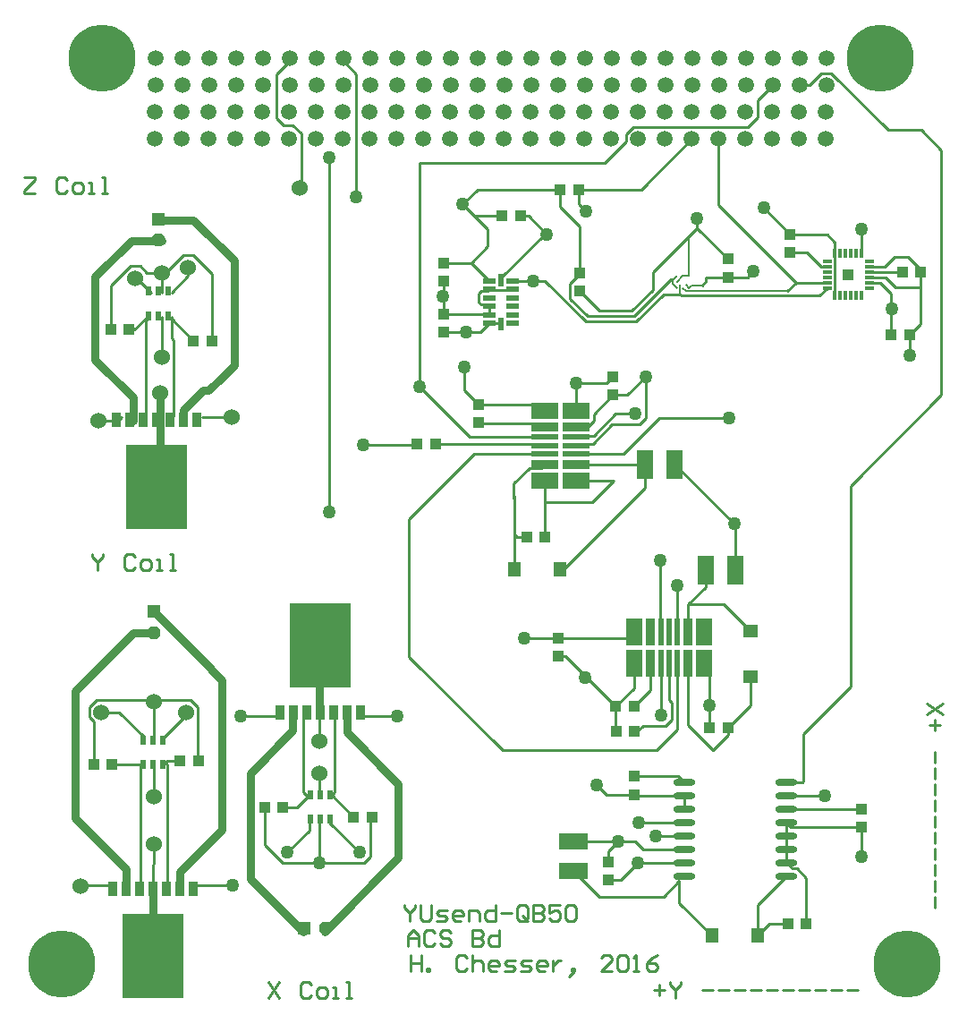
<source format=gtl>
%FSLAX44Y44*%
%MOMM*%
G71*
G01*
G75*
G04 Layer_Physical_Order=1*
G04 Layer_Color=255*
%ADD10R,5.8166X8.0010*%
%ADD11R,0.8128X1.4224*%
%ADD12R,1.1176X1.0160*%
%ADD13R,1.0160X1.1176*%
%ADD14R,0.5080X1.2192*%
%ADD15R,1.2192X0.5080*%
%ADD16R,1.2700X1.4732*%
%ADD17R,2.5500X1.5500*%
%ADD18R,2.5500X0.9500*%
%ADD19R,2.5500X0.5500*%
%ADD20R,0.6096X0.9144*%
%ADD21R,1.6002X2.7178*%
%ADD22R,1.4732X1.2700*%
%ADD23O,2.0500X0.7000*%
%ADD24R,1.5500X2.5500*%
%ADD25R,0.9500X2.5500*%
%ADD26R,0.5500X2.5500*%
%ADD27R,2.7178X1.6002*%
%ADD28R,0.8128X0.3048*%
%ADD29R,0.3048X0.8128*%
%ADD30C,0.1524*%
%ADD31C,0.8000*%
%ADD32C,0.2540*%
%ADD33C,0.1540*%
%ADD34R,1.0080X1.0080*%
%ADD35C,1.5000*%
%ADD36C,1.5240*%
%ADD37C,0.5000*%
%ADD38C,6.3500*%
%ADD39P,1.3205X8X112.5*%
%ADD40R,1.2200X1.2200*%
%ADD41P,1.3205X8X22.5*%
%ADD42R,1.2200X1.2200*%
%ADD43C,1.2700*%
D10*
X13028Y-861852D02*
D03*
X171310Y-568270D02*
D03*
X16402Y-418250D02*
D03*
D11*
X-25072Y-798352D02*
D03*
X-12372D02*
D03*
X328D02*
D03*
X13028D02*
D03*
X25728D02*
D03*
X38428D02*
D03*
X51128D02*
D03*
X209410Y-631770D02*
D03*
X196710D02*
D03*
X184010D02*
D03*
X171310D02*
D03*
X158610D02*
D03*
X145910D02*
D03*
X133210D02*
D03*
X-21698Y-354750D02*
D03*
X-8998D02*
D03*
X3702D02*
D03*
X16402D02*
D03*
X29102D02*
D03*
X41802D02*
D03*
X54502D02*
D03*
D12*
X728980Y-274574D02*
D03*
X711844D02*
D03*
X383794Y-465836D02*
D03*
X366658D02*
D03*
X360680Y-161798D02*
D03*
X343544D02*
D03*
X415798Y-136906D02*
D03*
X398662D02*
D03*
X540004Y-646430D02*
D03*
X557140D02*
D03*
X468122Y-626110D02*
D03*
X450986D02*
D03*
X468884Y-649478D02*
D03*
X451748D02*
D03*
X68580Y-280162D02*
D03*
X51444D02*
D03*
X-26670Y-269494D02*
D03*
X-9534D02*
D03*
X55880Y-677418D02*
D03*
X38744D02*
D03*
X-43180Y-680974D02*
D03*
X-26044D02*
D03*
X220082Y-730504D02*
D03*
X202946D02*
D03*
X118872Y-721360D02*
D03*
X136008D02*
D03*
X631444Y-831342D02*
D03*
X614308D02*
D03*
X280162Y-377952D02*
D03*
X263026D02*
D03*
X739648Y-215138D02*
D03*
X722512D02*
D03*
D13*
X416814Y-232918D02*
D03*
Y-215782D02*
D03*
X288036Y-223520D02*
D03*
Y-206384D02*
D03*
X288544Y-254508D02*
D03*
Y-271644D02*
D03*
X443992Y-772668D02*
D03*
Y-789804D02*
D03*
X396748Y-561594D02*
D03*
Y-578730D02*
D03*
X321310Y-357632D02*
D03*
Y-340496D02*
D03*
X448056Y-314198D02*
D03*
Y-331334D02*
D03*
X468122Y-692150D02*
D03*
Y-709286D02*
D03*
X683260Y-722884D02*
D03*
Y-740020D02*
D03*
X557022Y-202692D02*
D03*
Y-219828D02*
D03*
X616204Y-179578D02*
D03*
Y-196714D02*
D03*
D14*
X342646Y-264414D02*
D03*
Y-222332D02*
D03*
D15*
X353646Y-263414D02*
D03*
Y-255414D02*
D03*
Y-247414D02*
D03*
Y-239350D02*
D03*
Y-231222D02*
D03*
Y-223348D02*
D03*
X331470D02*
D03*
Y-231222D02*
D03*
Y-239350D02*
D03*
Y-247414D02*
D03*
Y-255414D02*
D03*
Y-263414D02*
D03*
D16*
X354838Y-496316D02*
D03*
X397928D02*
D03*
X585216Y-842772D02*
D03*
X542126D02*
D03*
D17*
X383526Y-412222D02*
D03*
X413526Y-346222D02*
D03*
Y-412222D02*
D03*
X383526Y-346222D02*
D03*
D18*
Y-361222D02*
D03*
Y-397222D02*
D03*
X413526D02*
D03*
Y-361222D02*
D03*
D19*
X383526Y-371222D02*
D03*
Y-379222D02*
D03*
Y-387222D02*
D03*
X413526Y-371222D02*
D03*
Y-379222D02*
D03*
Y-387222D02*
D03*
D20*
X161810Y-709286D02*
D03*
X171310D02*
D03*
X180962D02*
D03*
Y-732470D02*
D03*
X171310D02*
D03*
X161810D02*
D03*
X22668Y-680936D02*
D03*
X13168D02*
D03*
X3516D02*
D03*
Y-657752D02*
D03*
X13168D02*
D03*
X22668D02*
D03*
X27802Y-256434D02*
D03*
X18302D02*
D03*
X8650D02*
D03*
Y-233250D02*
D03*
X18302D02*
D03*
X27802D02*
D03*
D21*
X507014Y-396748D02*
D03*
X478790D02*
D03*
X536194Y-496824D02*
D03*
X564418D02*
D03*
D22*
X578866Y-597916D02*
D03*
Y-554826D02*
D03*
D23*
X612634Y-786384D02*
D03*
Y-773684D02*
D03*
Y-760984D02*
D03*
Y-748284D02*
D03*
Y-735584D02*
D03*
Y-722884D02*
D03*
Y-710184D02*
D03*
Y-697484D02*
D03*
X515634Y-786384D02*
D03*
Y-773684D02*
D03*
Y-760984D02*
D03*
Y-748284D02*
D03*
Y-735584D02*
D03*
Y-722884D02*
D03*
Y-710184D02*
D03*
Y-697484D02*
D03*
D24*
X534556Y-585244D02*
D03*
X468556Y-555244D02*
D03*
X534556D02*
D03*
X468556Y-585244D02*
D03*
D25*
X483556D02*
D03*
X519556D02*
D03*
Y-555244D02*
D03*
X483556D02*
D03*
D26*
X493556Y-585244D02*
D03*
X501556D02*
D03*
X509556D02*
D03*
X493556Y-555244D02*
D03*
X501556D02*
D03*
X509556D02*
D03*
D27*
X410972Y-781558D02*
D03*
Y-753334D02*
D03*
D28*
X651002Y-229924D02*
D03*
Y-224924D02*
D03*
Y-219924D02*
D03*
Y-214884D02*
D03*
Y-209804D02*
D03*
Y-204724D02*
D03*
X691068D02*
D03*
Y-209804D02*
D03*
Y-214884D02*
D03*
Y-219924D02*
D03*
Y-224924D02*
D03*
Y-229924D02*
D03*
D29*
X658368Y-197358D02*
D03*
X663448D02*
D03*
X668528D02*
D03*
X673568D02*
D03*
X678568D02*
D03*
X683568D02*
D03*
Y-237424D02*
D03*
X678568D02*
D03*
X673568D02*
D03*
X668528D02*
D03*
X663448D02*
D03*
X658368D02*
D03*
D30*
X508944Y-218622D02*
D03*
X514604D02*
D03*
X520264D02*
D03*
X511774Y-221452D02*
D03*
X517434D02*
D03*
X508944Y-224282D02*
D03*
X520264D02*
D03*
X511774Y-227112D02*
D03*
X517434D02*
D03*
X508944Y-229942D02*
D03*
X514604D02*
D03*
X520264D02*
D03*
D31*
X145310Y-648970D02*
Y-629370D01*
X105310Y-688970D02*
X145310Y-648970D01*
X196710Y-650370D02*
Y-631770D01*
Y-650370D02*
X245310Y-698970D01*
X78486Y-742188D02*
Y-601218D01*
X38354Y-782320D02*
X78486Y-742188D01*
X38354Y-796806D02*
Y-782320D01*
X-12446Y-798278D02*
Y-779638D01*
X-60832Y-731252D02*
X-12446Y-779638D01*
X65786Y-326898D02*
X78637Y-314047D01*
X60452Y-326898D02*
X65786D01*
X42164Y-345186D02*
X60452Y-326898D01*
X41802Y-354750D02*
Y-352750D01*
X42164Y-353112D01*
Y-345186D01*
X-41656Y-297792D02*
Y-219710D01*
X-7696Y-185750D02*
X21302D01*
X-41656Y-219710D02*
X-7696Y-185750D01*
X78637Y-314047D02*
X89916Y-302768D01*
X-41656Y-297792D02*
X-5998Y-333450D01*
X51302Y-165750D02*
X89916Y-204364D01*
Y-302768D02*
Y-204364D01*
X68326Y-591058D02*
X78486Y-601218D01*
X105310Y-788970D02*
Y-688970D01*
X245310Y-768970D02*
Y-698970D01*
X175310Y-838970D02*
X245310Y-768970D01*
X105310Y-788970D02*
X155310Y-838970D01*
X170310Y-634770D02*
Y-571270D01*
X19402Y-419250D02*
Y-329250D01*
X-5998Y-355750D02*
Y-333450D01*
X21302Y-165750D02*
X51302D01*
X-60832Y-611252D02*
X-5832Y-556252D01*
X-60832Y-731252D02*
Y-611252D01*
X13012Y-858852D02*
Y-795352D01*
X14168Y-536252D02*
X68326Y-590410D01*
Y-591058D02*
Y-590410D01*
X-5832Y-556252D02*
X14168D01*
D32*
X155310Y-637070D02*
X157610Y-634770D01*
X155310Y-706786D02*
Y-637070D01*
X-10832Y-799892D02*
Y-791252D01*
X29102Y-354750D02*
X32732Y-351120D01*
X740156Y-80518D02*
X759206Y-99568D01*
X708652Y-80518D02*
X740156D01*
X654924Y-26790D02*
X708652Y-80518D01*
X683568Y-197358D02*
Y-174044D01*
X591058Y-154432D02*
X616204Y-179578D01*
X651002D01*
X658368Y-186944D01*
Y-197358D02*
Y-186944D01*
X727964Y-200914D02*
X739648Y-212598D01*
Y-215138D02*
Y-212598D01*
X714756Y-200914D02*
X727964D01*
X705866Y-209804D02*
X714756Y-200914D01*
X691068Y-209804D02*
X705866D01*
X706334Y-219924D02*
X716026Y-229616D01*
X691068Y-219924D02*
X706334D01*
X739648Y-229616D02*
Y-215138D01*
Y-263906D02*
Y-229616D01*
X716026D02*
X739648D01*
X711844Y-274574D02*
Y-235100D01*
X701668Y-224924D02*
X711844Y-235100D01*
X691068Y-224924D02*
X701668D01*
X728980Y-295148D02*
Y-274574D01*
X739648Y-263906D01*
X722258Y-214884D02*
X722512Y-215138D01*
X691068Y-214884D02*
X722258D01*
X645105Y-209804D02*
X651002D01*
X632015Y-196714D02*
X645105Y-209804D01*
X616204Y-196714D02*
X632015D01*
X622411Y-779074D02*
X631444Y-788107D01*
Y-831342D02*
Y-788107D01*
X612634Y-773684D02*
X618024Y-779074D01*
X622411D01*
X585216Y-842772D02*
X596646Y-831342D01*
X614308D01*
X510928Y-811574D02*
Y-791090D01*
X496076Y-805942D02*
X510928Y-791090D01*
X383794Y-432802D02*
X428726D01*
X383526Y-430784D02*
Y-412222D01*
X383794Y-432802D02*
Y-431052D01*
Y-465836D02*
Y-432802D01*
X383526Y-430784D02*
X383794Y-431052D01*
X354838Y-463296D02*
Y-426896D01*
Y-496316D02*
Y-463296D01*
X357378Y-465836D01*
X366658D01*
X354584Y-429006D02*
Y-415276D01*
X369197Y-400662D01*
X429270Y-377782D02*
X447642Y-359410D01*
X414966Y-377782D02*
X429270D01*
X479298Y-353459D02*
Y-313944D01*
X473346Y-359410D02*
X479298Y-353459D01*
X447642Y-359410D02*
X473346D01*
X413526Y-379222D02*
X414966Y-377782D01*
X492506Y-353060D02*
X558038D01*
X458344Y-387222D02*
X492506Y-353060D01*
X413526Y-387222D02*
X458344D01*
X461908Y-331334D02*
X479298Y-313944D01*
X448056Y-331334D02*
X461908D01*
X413526Y-361222D02*
X424414D01*
X430086Y-355550D01*
Y-349304D01*
X448056Y-331334D01*
X442200Y-320054D02*
X448056Y-314198D01*
X413526Y-320054D02*
X442200D01*
X527812Y-173482D02*
Y-164084D01*
Y-173482D02*
X557022Y-202692D01*
X576208Y-219828D02*
X581406Y-214630D01*
X557022Y-219828D02*
X576208D01*
X532892Y-227408D02*
X536564Y-223736D01*
Y-219828D01*
X557022D01*
X466344Y-251714D02*
X485902Y-232156D01*
X435610Y-251714D02*
X466344D01*
X416814Y-232918D02*
X435610Y-251714D01*
X306324Y-150994D02*
X320412Y-136906D01*
X398662D01*
X317128Y-161798D02*
X330082Y-174752D01*
X306324Y-150994D02*
X317128Y-161798D01*
X343544D01*
X368300D02*
X385826Y-179324D01*
X360680Y-161798D02*
X368300D01*
X314506Y-206384D02*
X330082Y-190808D01*
Y-174752D01*
X341646Y-263414D02*
X342646Y-264414D01*
X331470Y-263414D02*
X341646D01*
X323240Y-271644D02*
X331470Y-263414D01*
X288544Y-271644D02*
X323240D01*
X314506Y-206384D02*
X331470Y-223348D01*
X288036Y-206384D02*
X314506D01*
X329692Y-233000D02*
X331470Y-231222D01*
X323795Y-233000D02*
X329692D01*
X321564Y-235232D02*
X323795Y-233000D01*
X321564Y-243469D02*
Y-235232D01*
Y-243469D02*
X323795Y-245700D01*
X329756D01*
X331470Y-247414D01*
Y-255414D02*
Y-247414D01*
X330564Y-254508D02*
X331470Y-255414D01*
X288544Y-254508D02*
X330564D01*
X288036Y-254000D02*
X288544Y-254508D01*
X288036Y-254000D02*
Y-223520D01*
X683260Y-768350D02*
Y-740020D01*
X612634Y-773684D02*
Y-760984D01*
Y-748284D01*
Y-735584D01*
X617070Y-740020D01*
X683260D01*
X612634Y-722884D02*
X683260D01*
X585216Y-813802D02*
X612634Y-786384D01*
X585216Y-842772D02*
Y-813802D01*
X510928Y-811574D02*
X542126Y-842772D01*
X433324Y-700024D02*
X442586Y-709286D01*
X468122D01*
X469020Y-710184D01*
X515634D01*
Y-722884D02*
Y-710184D01*
X510300Y-692150D02*
X515634Y-697484D01*
X468122Y-692150D02*
X510300D01*
X455812Y-789804D02*
X471932Y-773684D01*
X443992Y-789804D02*
X455812D01*
X410972Y-753334D02*
X469108D01*
X443992Y-762508D02*
X452882Y-753618D01*
X443992Y-772668D02*
Y-762508D01*
X435356Y-805942D02*
X496076D01*
X410972Y-781558D02*
X435356Y-805942D01*
X507014Y-396748D02*
X564418Y-454152D01*
Y-496824D02*
Y-454152D01*
X413526Y-346222D02*
Y-320054D01*
X380086Y-400662D02*
X383526Y-397222D01*
X369197Y-400662D02*
X380086D01*
X428726Y-432802D02*
X449306Y-412222D01*
X413526D02*
X449306D01*
X399579Y-497967D02*
X478790Y-418756D01*
Y-396748D01*
X478316Y-397222D02*
X478790Y-396748D01*
X413526Y-397222D02*
X478316D01*
X534556Y-585244D02*
X540004Y-590692D01*
Y-646430D02*
Y-590692D01*
X578866Y-624704D02*
Y-597916D01*
X557140Y-646430D02*
X578866Y-624704D01*
X557140Y-652916D02*
Y-646430D01*
X543052Y-667004D02*
X557140Y-652916D01*
X519556Y-643508D02*
X543052Y-667004D01*
X519556Y-643508D02*
Y-585244D01*
X553504Y-529464D02*
X578866Y-554826D01*
X519556Y-529464D02*
X553504D01*
X536194Y-512826D02*
Y-496824D01*
X519556Y-529464D02*
X536194Y-512826D01*
X519556Y-555244D02*
Y-529464D01*
X396748Y-578730D02*
X403606D01*
X450986Y-626110D01*
Y-648716D02*
X451748Y-649478D01*
X450986Y-648716D02*
Y-626110D01*
X468556Y-608540D01*
Y-585244D01*
X364744Y-561594D02*
X396748D01*
X462206D02*
X468556Y-555244D01*
X396748Y-561594D02*
X462206D01*
X483556Y-610676D02*
Y-585244D01*
X468122Y-626110D02*
X483556Y-610676D01*
X501556Y-619666D02*
Y-585244D01*
Y-619666D02*
X503936Y-622046D01*
Y-638193D02*
Y-622046D01*
X497984Y-644144D02*
X503936Y-638193D01*
X476758Y-644144D02*
X497984D01*
X468884Y-652018D02*
X476758Y-644144D01*
X489712Y-667512D02*
X509556Y-647668D01*
X343662Y-667512D02*
X489712D01*
X255524Y-579374D02*
X343662Y-667512D01*
X509556Y-647668D02*
Y-585244D01*
X612634Y-710184D02*
X648716D01*
X493014Y-554702D02*
X493556Y-555244D01*
X493014Y-554702D02*
Y-487426D01*
X413526Y-371222D02*
X414966Y-369782D01*
X430086D01*
X450618Y-349250D01*
X469138D01*
X488442Y-748284D02*
X515634D01*
X476758Y-760984D02*
X515634D01*
X469108Y-753334D02*
X476758Y-760984D01*
X493556Y-585244D02*
X493776Y-585464D01*
Y-633984D02*
Y-585464D01*
X255524Y-449072D02*
X317374Y-387222D01*
X255524Y-579374D02*
Y-449072D01*
X312802Y-371222D02*
X383526D01*
X265050Y-323470D02*
X312802Y-371222D01*
X265050Y-323470D02*
Y-111634D01*
X307848Y-327034D02*
Y-304546D01*
Y-327034D02*
X321310Y-340496D01*
X377800D02*
X383526Y-346222D01*
X321310Y-340496D02*
X377800D01*
X380086Y-357782D02*
X383526Y-361222D01*
X321460Y-357782D02*
X380086D01*
X321310Y-357632D02*
X321460Y-357782D01*
X211582Y-378460D02*
X263026D01*
X382764D02*
X383526Y-379222D01*
X280162Y-377952D02*
X383526D01*
X575690Y-77844D02*
X585096Y-68439D01*
X467501Y-77844D02*
X575690D01*
X585096Y-52444D02*
X599440Y-38100D01*
X585096Y-68439D02*
Y-52444D01*
X460876Y-84470D02*
X467501Y-77844D01*
X460876Y-91059D02*
Y-84470D01*
X440300Y-111634D02*
X460876Y-91059D01*
X265050Y-111634D02*
X440300D01*
X317374Y-387222D02*
X383526D01*
X628142Y-652272D02*
X673100Y-607314D01*
X21302Y-234250D02*
Y-215750D01*
X7466D02*
X21302D01*
X1036Y-209320D02*
X7466Y-215750D01*
X-8433Y-209320D02*
X1036D01*
X-26670Y-227558D02*
X-8433Y-209320D01*
X-26670Y-269494D02*
Y-227558D01*
X6302Y-261004D02*
X9761Y-257545D01*
X-4410Y-269494D02*
X8650Y-256434D01*
X-9534Y-269494D02*
X-4410D01*
X21302Y-215750D02*
X25137D01*
X41567Y-199320D01*
X51036D01*
X68580Y-216864D01*
Y-280162D02*
Y-216864D01*
X30802Y-259434D02*
Y-257434D01*
Y-277434D02*
Y-259434D01*
X51444Y-280076D01*
X27802Y-256434D02*
X30802Y-259434D01*
X51444Y-280162D02*
Y-280076D01*
X12930Y-620014D02*
X14168Y-621252D01*
X-30906Y-620014D02*
X12930D01*
X-31098Y-619822D02*
X-30906Y-620014D01*
X-40567Y-619822D02*
X-31098D01*
X-47262Y-626518D02*
X-40567Y-619822D01*
X-47262Y-635987D02*
Y-626518D01*
Y-635987D02*
X-43180Y-640069D01*
Y-680974D02*
Y-640069D01*
X2516Y-679936D02*
X4516Y-677936D01*
X1328Y-681124D02*
X1478Y-680974D01*
X3478D01*
X-26044D02*
X1478D01*
X3478D02*
X3516Y-680936D01*
X14168Y-621252D02*
X15598Y-619822D01*
X48902D01*
X55598Y-626518D01*
Y-677136D02*
Y-626518D01*
Y-677136D02*
X55880Y-677418D01*
X24668Y-678936D02*
X26186Y-677418D01*
X22668Y-680936D02*
X24668Y-678936D01*
X26728Y-680996D01*
X26186Y-677418D02*
X38744D01*
X170310Y-773970D02*
X170470Y-774130D01*
X212670D01*
X218622Y-768179D01*
Y-731964D01*
X220082Y-730504D01*
X182345Y-709903D02*
X185310Y-706938D01*
X179962Y-712286D02*
X182345Y-709903D01*
X202946Y-730504D01*
X181728Y-709286D02*
X182345Y-709903D01*
X180962Y-709286D02*
X181728D01*
X118872Y-756901D02*
X136101Y-774130D01*
X118872Y-756901D02*
Y-721360D01*
X170150Y-774130D02*
X170310Y-773970D01*
X136101Y-774130D02*
X170150D01*
X155310Y-706786D02*
X159810Y-711286D01*
X161810Y-709286D01*
X149736Y-721360D02*
X159810Y-711286D01*
X136008Y-721360D02*
X149736D01*
X192952Y-15430D02*
X205232Y-27710D01*
Y-144018D02*
Y-27710D01*
X471932Y-773684D02*
X515634D01*
X129794Y-27788D02*
X142151Y-15430D01*
X129794Y-69088D02*
Y-27788D01*
Y-69088D02*
X136906Y-76200D01*
X145496D02*
X153462Y-84166D01*
X136906Y-76200D02*
X145496D01*
X192952Y-15430D02*
Y-12650D01*
X142151Y-15430D02*
Y-12650D01*
X140310Y-763970D02*
X160810Y-743470D01*
Y-735470D01*
X179962D02*
X208462Y-763970D01*
X170310Y-773970D02*
Y-735470D01*
Y-658970D02*
Y-634770D01*
X185310Y-706938D02*
Y-637070D01*
X183010Y-634770D02*
X185310Y-637070D01*
X170310Y-712286D02*
Y-688970D01*
X208410Y-634770D02*
X244510D01*
X96110D02*
X132210D01*
X-20298Y-355750D02*
X-16798Y-352250D01*
X-38698Y-355750D02*
X-20298D01*
X59402Y-352250D02*
X87802D01*
X91302Y-355750D01*
X30802Y-277434D02*
X32732Y-279364D01*
Y-351120D02*
Y-279364D01*
X21302Y-295750D02*
X21302Y-257434D01*
X3702Y-354750D02*
X6302Y-357350D01*
Y-349950D02*
Y-261004D01*
X-1850Y-220750D02*
X11650Y-234250D01*
X-3698Y-220750D02*
X-1850D01*
X30802Y-234250D02*
X46302Y-218750D01*
Y-210750D01*
X14168Y-711252D02*
Y-677936D01*
X13012Y-795352D02*
X14028Y-756392D01*
X26728Y-795352D02*
Y-680996D01*
X1328Y-795352D02*
Y-681124D01*
X-54932Y-795352D02*
X-24072D01*
X52128D02*
X88268D01*
X89168Y-796252D01*
X14168Y-654752D02*
Y-621252D01*
X23668Y-654752D02*
X44168Y-634252D01*
Y-631252D01*
X-18984D02*
X4516Y-654752D01*
X-35832Y-631252D02*
X-18984D01*
X153462Y-135636D02*
Y-84166D01*
X180086Y-441706D02*
Y-106934D01*
X621658Y-224924D02*
X651002D01*
X548386Y-151652D02*
Y-89154D01*
Y-151652D02*
X621658Y-224924D01*
X342646Y-222332D02*
Y-220324D01*
X383645Y-179324D02*
X385826D01*
X342646Y-220324D02*
X383645Y-179324D01*
X472694Y-735584D02*
X515634D01*
X509556Y-555244D02*
Y-511080D01*
X612634Y-697484D02*
X627888D01*
X628142Y-697230D01*
Y-652272D01*
X673100Y-607314D02*
Y-417322D01*
X759206Y-331216D01*
Y-99568D01*
X645555Y-26790D02*
X654924D01*
X634245Y-38100D02*
X645555Y-26790D01*
X624840Y-38100D02*
X634245D01*
X520264Y-181030D02*
X527812Y-173482D01*
X416814Y-215782D02*
Y-171610D01*
X331470Y-231222D02*
X332486Y-232238D01*
X352630D01*
X485902Y-232156D02*
Y-215392D01*
X520264Y-181030D01*
X658368Y-237424D02*
Y-197358D01*
X398662Y-153458D02*
Y-136906D01*
Y-153458D02*
X416814Y-171610D01*
X415798Y-136906D02*
X475234D01*
X522986Y-89154D01*
X416814Y-216862D02*
Y-215782D01*
X407924Y-225752D02*
X416814Y-216862D01*
X407924Y-240085D02*
Y-225752D01*
Y-240085D02*
X424633Y-256794D01*
X468448D01*
X503353Y-221890D01*
X504859D01*
X511774Y-236002D02*
X513008Y-237236D01*
X644024D01*
X651002Y-230258D01*
X415798Y-150622D02*
Y-136906D01*
X353728Y-223266D02*
X372618D01*
X353646Y-223348D02*
X353728Y-223266D01*
X372618D02*
X383921D01*
X422529Y-261874D01*
X470552D01*
X496424Y-236002D01*
X511774D01*
X415798Y-150622D02*
X422656Y-157480D01*
X613410Y-233172D02*
X621658Y-224924D01*
X256795Y-861065D02*
X256794Y-876300D01*
X256794Y-868683D01*
X266951Y-868684D01*
X266952Y-861066D01*
X266950Y-876301D01*
X272029Y-876302D02*
X272029Y-873763D01*
X274568Y-873763D01*
X274568Y-876302D01*
X272029Y-876302D01*
X310117Y-863609D02*
X307579Y-861070D01*
X302500Y-861069D01*
X299961Y-863608D01*
X299960Y-873765D01*
X302499Y-876304D01*
X307577Y-876305D01*
X310117Y-873766D01*
X315196Y-861070D02*
X315195Y-876305D01*
X315195Y-868688D01*
X317735Y-866149D01*
X322813Y-866149D01*
X325352Y-868689D01*
X325351Y-876306D01*
X338047Y-876308D02*
X332969Y-876307D01*
X330430Y-873768D01*
X330430Y-868689D01*
X332970Y-866150D01*
X338048Y-866151D01*
X340587Y-868690D01*
X340587Y-871229D01*
X330430Y-871228D01*
X345665Y-876308D02*
X353282Y-876309D01*
X355822Y-873770D01*
X353283Y-871230D01*
X348204Y-871230D01*
X345666Y-868691D01*
X348205Y-866152D01*
X355822Y-866152D01*
X360900Y-876310D02*
X368517Y-876310D01*
X371057Y-873771D01*
X368518Y-871232D01*
X363439Y-871231D01*
X360901Y-868692D01*
X363440Y-866153D01*
X371058Y-866154D01*
X383753Y-876311D02*
X378674Y-876311D01*
X376135Y-873772D01*
X376136Y-868693D01*
X378675Y-866154D01*
X383753Y-866155D01*
X386292Y-868694D01*
X386292Y-871233D01*
X376135Y-871233D01*
X391371Y-866155D02*
X391370Y-876312D01*
X391371Y-871234D01*
X393910Y-868695D01*
X396449Y-866156D01*
X398988Y-866156D01*
X409144Y-878853D02*
X411684Y-876314D01*
X411684Y-873775D01*
X409145Y-873774D01*
X409144Y-876314D01*
X411684Y-876314D01*
X409144Y-878853D01*
X406605Y-881392D01*
X447232Y-876317D02*
X437075Y-876316D01*
X447233Y-866160D01*
X447233Y-863621D01*
X444694Y-861082D01*
X439616Y-861081D01*
X437076Y-863620D01*
X452312Y-863622D02*
X454851Y-861083D01*
X459929Y-861083D01*
X462468Y-863623D01*
X462467Y-873779D01*
X459928Y-876318D01*
X454850Y-876318D01*
X452311Y-873778D01*
X452312Y-863622D01*
X467545Y-876319D02*
X472624Y-876319D01*
X470085Y-876319D01*
X470086Y-861084D01*
X467547Y-863623D01*
X490399Y-861086D02*
X485321Y-863624D01*
X480242Y-868702D01*
X480242Y-873781D01*
X482780Y-876320D01*
X487859Y-876321D01*
X490398Y-873782D01*
X490398Y-871243D01*
X487859Y-868703D01*
X480242Y-868702D01*
X254000Y-852932D02*
X254000Y-842776D01*
X259079Y-837698D01*
X264157Y-842777D01*
X264156Y-852933D01*
X264157Y-845316D01*
X254000Y-845315D01*
X279393Y-840239D02*
X276854Y-837699D01*
X271775Y-837699D01*
X269236Y-840238D01*
X269235Y-850395D01*
X271774Y-852934D01*
X276852Y-852934D01*
X279392Y-850395D01*
X294628Y-840240D02*
X292089Y-837701D01*
X287010Y-837700D01*
X284471Y-840239D01*
X284471Y-842778D01*
X287010Y-845318D01*
X292088Y-845318D01*
X294627Y-847858D01*
X294627Y-850397D01*
X292087Y-852936D01*
X287009Y-852935D01*
X284470Y-850396D01*
X314941Y-837703D02*
X314940Y-852938D01*
X322557Y-852938D01*
X325097Y-850399D01*
X325097Y-847860D01*
X322558Y-845321D01*
X314940Y-845320D01*
X322558Y-845321D01*
X325098Y-842782D01*
X325098Y-840243D01*
X322559Y-837703D01*
X314941Y-837703D01*
X340333Y-837705D02*
X340332Y-852940D01*
X332714Y-852939D01*
X330175Y-850400D01*
X330176Y-845322D01*
X332715Y-842783D01*
X340333Y-842783D01*
X251207Y-813567D02*
X251207Y-816106D01*
X256285Y-821185D01*
X261363Y-816107D01*
X261364Y-813568D01*
X256285Y-821185D02*
X256284Y-828803D01*
X266442Y-813569D02*
X266441Y-826264D01*
X268980Y-828804D01*
X274058Y-828804D01*
X276598Y-826265D01*
X276599Y-813569D01*
X281676Y-828805D02*
X289293Y-828806D01*
X291833Y-826267D01*
X289294Y-823727D01*
X284215Y-823727D01*
X281676Y-821188D01*
X284216Y-818649D01*
X291833Y-818649D01*
X304528Y-828807D02*
X299450Y-828807D01*
X296911Y-826267D01*
X296912Y-821189D01*
X299451Y-818650D01*
X304529Y-818650D01*
X307068Y-821190D01*
X307068Y-823729D01*
X296911Y-823728D01*
X312146Y-828808D02*
X312147Y-818651D01*
X319764Y-818652D01*
X322303Y-821191D01*
X322303Y-828809D01*
X337539Y-813575D02*
X337538Y-828810D01*
X329920Y-828809D01*
X327381Y-826270D01*
X327382Y-821191D01*
X329921Y-818653D01*
X337539Y-818653D01*
X342617Y-821193D02*
X352773Y-821194D01*
X368008Y-826273D02*
X368009Y-816117D01*
X365470Y-813577D01*
X360392Y-813577D01*
X357852Y-816116D01*
X357851Y-826273D01*
X360390Y-828812D01*
X365469Y-828812D01*
X362930Y-823734D02*
X368008Y-828813D01*
X365469Y-828812D02*
X368008Y-826273D01*
X373088Y-813578D02*
X373086Y-828813D01*
X380704Y-828814D01*
X383243Y-826275D01*
X383243Y-823736D01*
X380704Y-821196D01*
X373087Y-821196D01*
X380704Y-821196D01*
X383244Y-818657D01*
X383244Y-816118D01*
X380705Y-813579D01*
X373088Y-813578D01*
X398479Y-813580D02*
X388323Y-813579D01*
X388322Y-821197D01*
X393400Y-818658D01*
X395940Y-818658D01*
X398479Y-821198D01*
X398478Y-826276D01*
X395939Y-828815D01*
X390860Y-828815D01*
X388321Y-826275D01*
X403557Y-816120D02*
X406097Y-813581D01*
X411175Y-813581D01*
X413714Y-816121D01*
X413713Y-826277D01*
X411174Y-828816D01*
X406096Y-828816D01*
X403557Y-826276D01*
X403557Y-816120D01*
X-108698Y-125515D02*
X-98542D01*
Y-128055D01*
X-108698Y-138211D01*
Y-140750D01*
X-98542D01*
X-68071Y-128055D02*
X-70611Y-125515D01*
X-75689D01*
X-78228Y-128055D01*
Y-138211D01*
X-75689Y-140750D01*
X-70611D01*
X-68071Y-138211D01*
X-60454Y-140750D02*
X-55376D01*
X-52836Y-138211D01*
Y-133133D01*
X-55376Y-130594D01*
X-60454D01*
X-62993Y-133133D01*
Y-138211D01*
X-60454Y-140750D01*
X-47758D02*
X-42680D01*
X-45219D01*
Y-130594D01*
X-47758D01*
X-35062Y-140750D02*
X-29984D01*
X-32523D01*
Y-125515D01*
X-35062D01*
X-44196Y-481589D02*
Y-484128D01*
X-39118Y-489207D01*
X-34040Y-484128D01*
Y-481589D01*
X-39118Y-489207D02*
Y-496824D01*
X-3570Y-484128D02*
X-6109Y-481589D01*
X-11187D01*
X-13726Y-484128D01*
Y-494285D01*
X-11187Y-496824D01*
X-6109D01*
X-3570Y-494285D01*
X4048Y-496824D02*
X9126D01*
X11666Y-494285D01*
Y-489207D01*
X9126Y-486668D01*
X4048D01*
X1509Y-489207D01*
Y-494285D01*
X4048Y-496824D01*
X16744D02*
X21822D01*
X19283D01*
Y-486668D01*
X16744D01*
X29440Y-496824D02*
X34518D01*
X31979D01*
Y-481589D01*
X29440D01*
X121921Y-886211D02*
X132076Y-901447D01*
X132078Y-886212D02*
X121920Y-901446D01*
X162547Y-888754D02*
X160009Y-886215D01*
X154930Y-886214D01*
X152391Y-888753D01*
X152390Y-898910D01*
X154929Y-901449D01*
X160007Y-901450D01*
X162547Y-898911D01*
X170164Y-901450D02*
X175242Y-901451D01*
X177782Y-898912D01*
X177782Y-893833D01*
X175243Y-891294D01*
X170165Y-891294D01*
X167625Y-893833D01*
X167625Y-898911D01*
X170164Y-901450D01*
X182860Y-901451D02*
X187938Y-901452D01*
X185399Y-901452D01*
X185400Y-891295D01*
X182861Y-891295D01*
X195556Y-901452D02*
X200634Y-901453D01*
X198095Y-901453D01*
X198096Y-886218D01*
X195557Y-886217D01*
X487172Y-894337D02*
X497328D01*
X492250Y-889258D02*
Y-899415D01*
X502407Y-886719D02*
Y-889258D01*
X507485Y-894337D01*
X512563Y-889258D01*
Y-886719D01*
X507485Y-894337D02*
Y-901954D01*
X532877Y-894337D02*
X543033D01*
X548112D02*
X558269D01*
X563347D02*
X573504D01*
X578582D02*
X588739D01*
X593817D02*
X603974D01*
X609052D02*
X619209D01*
X624287D02*
X634444D01*
X639522D02*
X649679D01*
X654757D02*
X664914D01*
X669993D02*
X680149D01*
X752604Y-816102D02*
Y-805946D01*
Y-800867D02*
Y-790711D01*
Y-785632D02*
Y-775475D01*
Y-770397D02*
Y-760240D01*
Y-755162D02*
Y-745005D01*
Y-739927D02*
Y-729770D01*
Y-724692D02*
Y-714535D01*
Y-709457D02*
Y-699300D01*
Y-694222D02*
Y-684065D01*
Y-678987D02*
Y-668830D01*
Y-648517D02*
Y-638360D01*
X747526Y-643438D02*
X757682D01*
X744986Y-633282D02*
X760222Y-623125D01*
X744986D02*
X760222Y-633282D01*
D33*
X520264Y-218622D02*
Y-181030D01*
X522798Y-227408D02*
X532892D01*
X520264Y-229942D02*
X522798Y-227408D01*
X517434Y-227112D02*
X520264Y-229942D01*
X508944Y-224282D02*
X514604Y-218622D01*
X520264D01*
X505333Y-226331D02*
Y-222363D01*
Y-226331D02*
X508944Y-229942D01*
X505333Y-222363D02*
X508944Y-218752D01*
X511774Y-236002D02*
Y-227112D01*
X514604Y-229942D02*
X517833Y-233172D01*
X613410D01*
D34*
X671028Y-217384D02*
D03*
D35*
X650240Y-12700D02*
D03*
X624840D02*
D03*
X599440D02*
D03*
X574040D02*
D03*
X548640D02*
D03*
X523240D02*
D03*
X497840D02*
D03*
X472440D02*
D03*
X447040D02*
D03*
X421640D02*
D03*
X396240D02*
D03*
X370840D02*
D03*
X345440D02*
D03*
X320040D02*
D03*
X294640D02*
D03*
X269240D02*
D03*
X243840D02*
D03*
X218440D02*
D03*
X193040D02*
D03*
X167640D02*
D03*
X142240D02*
D03*
X116840D02*
D03*
X91440D02*
D03*
X66040D02*
D03*
X40640D02*
D03*
X650240Y-38100D02*
D03*
X624840D02*
D03*
X599440D02*
D03*
X574040D02*
D03*
X548640D02*
D03*
X523240D02*
D03*
X497840D02*
D03*
X472440D02*
D03*
X447040D02*
D03*
X421640D02*
D03*
X396240D02*
D03*
X370840D02*
D03*
X345440D02*
D03*
X320040D02*
D03*
X294640D02*
D03*
X269240D02*
D03*
X243840D02*
D03*
X218440D02*
D03*
X193040D02*
D03*
X167640D02*
D03*
X142240D02*
D03*
X116840D02*
D03*
X91440D02*
D03*
X66040D02*
D03*
X40640D02*
D03*
X15240D02*
D03*
Y-12700D02*
D03*
X649986Y-63754D02*
D03*
X624586D02*
D03*
X599186D02*
D03*
X573786D02*
D03*
X548386D02*
D03*
X522986D02*
D03*
X497586D02*
D03*
X472186D02*
D03*
X446786D02*
D03*
X421386D02*
D03*
X395986D02*
D03*
X370586D02*
D03*
X345186D02*
D03*
X319786D02*
D03*
X294386D02*
D03*
X268986D02*
D03*
X243586D02*
D03*
X218186D02*
D03*
X192786D02*
D03*
X167386D02*
D03*
X141986D02*
D03*
X116586D02*
D03*
X91186D02*
D03*
X65786D02*
D03*
X40386D02*
D03*
X649986Y-89154D02*
D03*
X624586D02*
D03*
X599186D02*
D03*
X573786D02*
D03*
X548386D02*
D03*
X522986D02*
D03*
X497586D02*
D03*
X472186D02*
D03*
X446786D02*
D03*
X421386D02*
D03*
X395986D02*
D03*
X370586D02*
D03*
X345186D02*
D03*
X319786D02*
D03*
X294386D02*
D03*
X268986D02*
D03*
X243586D02*
D03*
X218186D02*
D03*
X192786D02*
D03*
X167386D02*
D03*
X141986D02*
D03*
X116586D02*
D03*
X91186D02*
D03*
X65786D02*
D03*
X40386D02*
D03*
X14986D02*
D03*
Y-63754D02*
D03*
D36*
X151638Y-135636D02*
D03*
X170310Y-658970D02*
D03*
Y-688970D02*
D03*
X19402Y-329250D02*
D03*
X-38698Y-355750D02*
D03*
X87802Y-352250D02*
D03*
X21302Y-295750D02*
D03*
X21302Y-215750D02*
D03*
X46302Y-210750D02*
D03*
X-3698Y-220750D02*
D03*
X14168Y-711252D02*
D03*
X14028Y-756392D02*
D03*
X-55832Y-796252D02*
D03*
X14168Y-621252D02*
D03*
X-35832Y-631252D02*
D03*
X44168D02*
D03*
D37*
X15151Y-38050D02*
D03*
Y-88850D02*
D03*
D38*
X700952Y-12650D02*
D03*
X-73748Y-869950D02*
D03*
X726351D02*
D03*
X-35649Y-12650D02*
D03*
D39*
X176310Y-835970D02*
D03*
D40*
X156310D02*
D03*
D41*
X14168Y-556252D02*
D03*
X18302Y-184750D02*
D03*
D42*
X14168Y-536252D02*
D03*
X18302Y-164750D02*
D03*
D43*
X88268Y-795352D02*
D03*
X712216Y-249682D02*
D03*
X683568Y-174044D02*
D03*
X591058Y-154432D02*
D03*
X728980Y-293878D02*
D03*
X479298Y-313944D02*
D03*
X527812Y-164084D02*
D03*
X581406Y-214630D02*
D03*
X309626Y-271644D02*
D03*
X306324Y-150994D02*
D03*
X287528Y-238252D02*
D03*
X683260Y-768350D02*
D03*
X433324Y-700024D02*
D03*
X563656Y-453390D02*
D03*
X413526Y-320054D02*
D03*
X540004Y-625094D02*
D03*
X422148Y-598424D02*
D03*
X364744Y-561594D02*
D03*
X648716Y-710184D02*
D03*
X493014Y-487426D02*
D03*
X469138Y-349250D02*
D03*
X488442Y-748284D02*
D03*
X493776Y-633984D02*
D03*
X265050Y-323470D02*
D03*
X307848Y-304546D02*
D03*
X211582Y-378460D02*
D03*
X452882Y-753618D02*
D03*
X471932Y-773684D02*
D03*
X205232Y-144018D02*
D03*
X140310Y-763970D02*
D03*
X208462D02*
D03*
X170310Y-773970D02*
D03*
X244510Y-634770D02*
D03*
X96110D02*
D03*
X180086Y-106934D02*
D03*
Y-441706D02*
D03*
X385826Y-179324D02*
D03*
X472694Y-735584D02*
D03*
X509556Y-511080D02*
D03*
X558038Y-353060D02*
D03*
X372618Y-223266D02*
D03*
X422656Y-157480D02*
D03*
M02*

</source>
